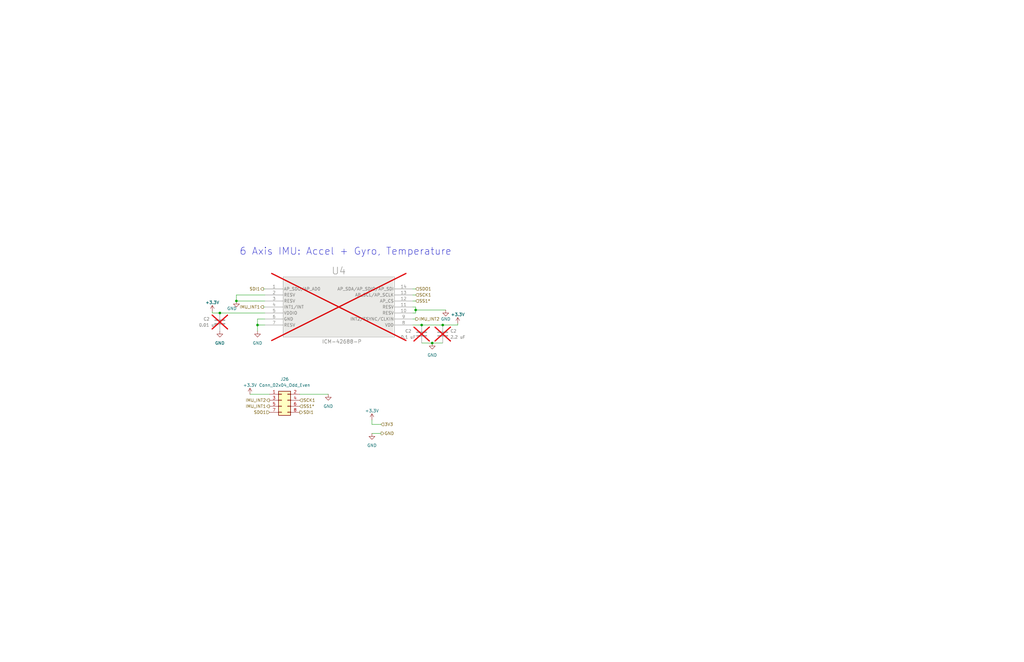
<source format=kicad_sch>
(kicad_sch (version 20230121) (generator eeschema)
  (paper "B")
  (title_block (title "MCU Controller") (rev "0.2") (company "satomm@stanford.edu") (comment 1 "Department of Civil and Environmental Engineering") (comment 2 "Engineering Informatics Group") (comment 3 "Stanford University") (comment 4 "Matthew Sato"))
  (lib_symbols
    (symbol "Connector_Generic:Conn_02x04_Odd_Even" (pin_names (offset 1.016) hide)
      (property "Reference" "J" (at 1.27 5.08 0))
      (property "Value" "Conn_02x04_Odd_Even" (at 1.27 -7.62 0))
      (symbol "Conn_02x04_Odd_Even_1_1"
        (rectangle (start -1.27 -4.953) (end 0 -5.207) (stroke (width 0.1524)))
        (rectangle (start -1.27 -2.413) (end 0 -2.667) (stroke (width 0.1524)))
        (rectangle (start -1.27 0.127) (end 0 -0.127) (stroke (width 0.1524)))
        (rectangle (start -1.27 2.667) (end 0 2.413) (stroke (width 0.1524)))
        (rectangle (start -1.27 3.81) (end 3.81 -6.35) (stroke (width 0.254)) (fill (type background)))
        (rectangle (start 3.81 -4.953) (end 2.54 -5.207) (stroke (width 0.1524)))
        (rectangle (start 3.81 -2.413) (end 2.54 -2.667) (stroke (width 0.1524)))
        (rectangle (start 3.81 0.127) (end 2.54 -0.127) (stroke (width 0.1524)))
        (rectangle (start 3.81 2.667) (end 2.54 2.413) (stroke (width 0.1524)))
        (pin passive line (at -5.08 2.54 0) (length 3.81) (name "Pin_1") (number "1"))
        (pin passive line (at 7.62 2.54 180) (length 3.81) (name "Pin_2") (number "2"))
        (pin passive line (at -5.08 0 0) (length 3.81) (name "Pin_3") (number "3"))
        (pin passive line (at 7.62 0 180) (length 3.81) (name "Pin_4") (number "4"))
        (pin passive line (at -5.08 -2.54 0) (length 3.81) (name "Pin_5") (number "5"))
        (pin passive line (at 7.62 -2.54 180) (length 3.81) (name "Pin_6") (number "6"))
        (pin passive line (at -5.08 -5.08 0) (length 3.81) (name "Pin_7") (number "7"))
        (pin passive line (at 7.62 -5.08 180) (length 3.81) (name "Pin_8") (number "8"))
      )
    )
    (symbol "Device:C" (pin_numbers hide) (pin_names (offset 0.254))
      (property "Reference" "C" (at 0.635 2.54 0))
      (property "Value" "C" (at 0.635 -2.54 0))
      (symbol "C_0_1"
        (polyline (pts (xy -2.032 -0.762) (xy 2.032 -0.762)) (stroke (width 0.508)))
        (polyline (pts (xy -2.032 0.762) (xy 2.032 0.762)) (stroke (width 0.508)))
      )
      (symbol "C_1_1"
        (pin passive line (at 0 3.81 270) (length 2.794) (name "~") (number "1"))
        (pin passive line (at 0 -3.81 90) (length 2.794) (name "~") (number "2"))
      )
    )
    (symbol "RobotLibary:ICM-42688-P" (pin_names (offset 0.254))
      (property "Reference" "U" (at 31.75 9.525 0))
      (property "Value" "ICM-42688-P" (at 31.75 6.985 0))
      (symbol "ICM-42688-P_0_1"
        (pin bidirectional line (at 0 0 0) (length 7.62) (name "AP_SDO/AP_AD0") (number "1"))
        (pin bidirectional line (at 0 -7.62 0) (length 7.62) (name "INT1/INT") (number "4"))
        (pin power_in line (at 0 -10.16 0) (length 7.62) (name "VDDIO") (number "5"))
        (pin power_out line (at 0 -12.7 0) (length 7.62) (name "GND") (number "6"))
        (pin power_in line (at 62.23 -15.24 180) (length 7.62) (name "VDD") (number "8"))
        (pin bidirectional line (at 62.23 -12.7 180) (length 7.62) (name "INT2/FSYNC/CLKIN") (number "9"))
      )
      (symbol "ICM-42688-P_1_1"
        (rectangle (start 7.62 5.08) (end 54.61 -20.32) (fill (type background)))
        (pin passive line (at 62.23 -10.16 180) (length 7.62) (name "RESV") (number "10"))
        (pin passive line (at 62.23 -7.62 180) (length 7.62) (name "RESV") (number "11"))
        (pin passive line (at 62.23 -5.08 180) (length 7.62) (name "AP_CS") (number "12"))
        (pin passive line (at 62.23 -2.54 180) (length 7.62) (name "AP_SCL/AP_SCLK") (number "13"))
        (pin passive line (at 62.23 0 180) (length 7.62) (name "AP_SDA/AP_SDIO/AP_SDI") (number "14"))
        (pin passive line (at 0 -2.54 0) (length 7.62) (name "RESV") (number "2"))
        (pin passive line (at 0 -5.08 0) (length 7.62) (name "RESV") (number "3"))
        (pin passive line (at 0 -15.24 0) (length 7.62) (name "RESV") (number "7"))
      )
    )
    (symbol "power:+3.3V" (power) (pin_names (offset 0))
      (property "Value" "+3.3V" (at 0 3.556 0))
      (symbol "+3.3V_0_1"
        (polyline (pts (xy -0.762 1.27) (xy 0 2.54)))
        (polyline (pts (xy 0 0) (xy 0 2.54)))
        (polyline (pts (xy 0 2.54) (xy 0.762 1.27)))
      )
      (symbol "+3.3V_1_1"
        (pin power_in line (at 0 0 90) (length 0) hide (name "+3.3V") (number "1"))
      )
    )
    (symbol "power:GND" (power) (pin_names (offset 0))
      (property "Value" "GND" (at 0 -3.81 0))
      (symbol "GND_0_1"
        (polyline (pts (xy 0 0) (xy 0 -1.27) (xy 1.27 -1.27) (xy 0 -2.54) (xy -1.27 -1.27) (xy 0 -1.27)))
      )
      (symbol "GND_1_1"
        (pin power_in line (at 0 0 270) (length 0) hide (name "GND") (number "1"))
      )
    )
  )
  (junction (at 177.8 137.16))
  (junction (at 182.245 144.78))
  (junction (at 186.69 137.16))
  (junction (at 108.585 137.16))
  (junction (at 92.71 132.08))
  (junction (at 99.695 127))
  (junction (at 175.26 130.81))
  (wire (pts (xy 89.535 132.08) (xy 92.71 132.08)))
  (wire (pts (xy 175.26 130.81) (xy 187.96 130.81)))
  (wire (pts (xy 156.845 177.165) (xy 156.845 179.07)))
  (wire (pts (xy 173.99 121.92) (xy 175.26 121.92)))
  (wire (pts (xy 173.99 137.16) (xy 177.8 137.16)))
  (wire (pts (xy 173.99 127) (xy 175.26 127)))
  (wire (pts (xy 89.535 131.445) (xy 89.535 132.08)))
  (wire (pts (xy 182.245 144.78) (xy 186.69 144.78)))
  (wire (pts (xy 186.69 137.16) (xy 193.04 137.16)))
  (wire (pts (xy 108.585 134.62) (xy 111.76 134.62)))
  (wire (pts (xy 111.125 129.54) (xy 111.76 129.54)))
  (wire (pts (xy 175.26 132.08) (xy 173.99 132.08)))
  (wire (pts (xy 99.695 124.46) (xy 111.76 124.46)))
  (wire (pts (xy 193.04 136.525) (xy 193.04 137.16)))
  (wire (pts (xy 173.99 129.54) (xy 175.26 129.54)))
  (wire (pts (xy 175.26 130.81) (xy 175.26 132.08)))
  (wire (pts (xy 99.695 127) (xy 111.76 127)))
  (wire (pts (xy 108.585 137.16) (xy 108.585 134.62)))
  (wire (pts (xy 177.8 137.16) (xy 186.69 137.16)))
  (wire (pts (xy 111.125 121.92) (xy 111.76 121.92)))
  (wire (pts (xy 99.695 124.46) (xy 99.695 127)))
  (wire (pts (xy 138.43 166.37) (xy 126.365 166.37)))
  (wire (pts (xy 108.585 137.16) (xy 111.76 137.16)))
  (wire (pts (xy 156.845 182.88) (xy 160.655 182.88)))
  (wire (pts (xy 173.99 124.46) (xy 175.26 124.46)))
  (wire (pts (xy 175.26 129.54) (xy 175.26 130.81)))
  (wire (pts (xy 105.41 166.37) (xy 113.665 166.37)))
  (wire (pts (xy 156.845 179.07) (xy 160.655 179.07)))
  (wire (pts (xy 92.71 132.08) (xy 111.76 132.08)))
  (wire (pts (xy 177.8 144.78) (xy 182.245 144.78)))
  (wire (pts (xy 108.585 139.7) (xy 108.585 137.16)))
  (wire (pts (xy 173.99 134.62) (xy 175.26 134.62)))
  (text "6 Axis IMU: Accel + Gyro, Temperature" (at 100.965 107.95 0) (effects (font (size 3 3)) (justify left bottom)))
  (hierarchical_label "SDO1" (shape input) (at 175.26 121.92 0))
  (hierarchical_label "SDO1" (shape input) (at 113.665 173.99 180))
  (hierarchical_label "SDI1" (shape output) (at 111.125 121.92 180))
  (hierarchical_label "IMU_INT2" (shape output) (at 113.665 168.91 180))
  (hierarchical_label "IMU_INT1" (shape output) (at 113.665 171.45 180))
  (hierarchical_label "SS1*" (shape input) (at 175.26 127 0))
  (hierarchical_label "GND" (shape output) (at 160.655 182.88 0))
  (hierarchical_label "SS1*" (shape input) (at 126.365 171.45 0))
  (hierarchical_label "SCK1" (shape input) (at 175.26 124.46 0))
  (hierarchical_label "SCK1" (shape input) (at 126.365 168.91 0))
  (hierarchical_label "3V3" (shape input) (at 160.655 179.07 0))
  (hierarchical_label "SDI1" (shape output) (at 126.365 173.99 0))
  (hierarchical_label "IMU_INT1" (shape output) (at 111.125 129.54 180))
  (hierarchical_label "IMU_INT2" (shape output) (at 175.26 134.62 0))
  (symbol (lib_id "power:+3.3V") (at 89.535 131.445 0) (unit 1)
    (property "Reference" "#PWR025" (effects hide))
    (property "Value" "+3.3V" (at 89.535 127.635 0))
    (instances (project "MainBoard" (path "" (reference "#PWR025") (unit 1)) (path "" (reference "#PWR069") (unit 1))))
  )
  (symbol (lib_id "Connector_Generic:Conn_02x04_Odd_Even") (at 118.745 168.91 0) (unit 1)
    (property "Reference" "J26" (at 120.015 160.02 0))
    (property "Value" "Conn_02x04_Odd_Even" (at 120.015 162.56 0))
    (property "Footprint" "Connector_PinHeader_2.54mm:PinHeader_2x04_P2.54mm_Vertical" (effects hide))
    (property "Supplier 1" "DigiKey" (effects hide))
    (property "Supplier 1 P/N" "10129381-908001BLF-ND" (effects hide))
  )
  (symbol (lib_id "power:+3.3V") (at 156.845 177.165 0) (unit 1)
    (property "Reference" "#PWR025" (effects hide))
    (property "Value" "+3.3V" (at 156.845 173.355 0))
    (instances (project "MainBoard" (path "" (reference "#PWR025") (unit 1)) (path "" (reference "#PWR073") (unit 1))))
  )
  (symbol (lib_id "power:GND") (at 187.96 130.81 0) (unit 1)
    (property "Reference" "#PWR026" (effects hide))
    (property "Value" "GND" (at 187.96 134.62 0))
    (instances (project "MainBoard" (path "" (reference "#PWR026") (unit 1)) (path "" (reference "#PWR076") (unit 1))))
  )
  (symbol (lib_id "power:GND") (at 99.695 127 0) (unit 1)
    (property "Reference" "#PWR026" (effects hide))
    (property "Value" "GND" (at 97.79 130.175 0))
    (instances (project "MainBoard" (path "" (reference "#PWR026") (unit 1)) (path "" (reference "#PWR071") (unit 1))))
  )
  (symbol (lib_id "Device:C") (at 177.8 140.97 0) (unit 1) (in_bom no) (on_board no) (dnp yes)
    (property "Reference" "C2" (at 170.815 139.7 0) (effects (justify left)))
    (property "Value" "0.1 uF" (at 168.91 142.24 0) (effects (justify left)))
    (property "Footprint" "Capacitor_SMD:C_0805_2012Metric_Pad1.18x1.45mm_HandSolder" (effects hide))
    (property "Datasheet" "https://mm.digikey.com/Volume0/opasdata/d220001/medias/docus/609/CL21B104KBCNNN_Spec.pdf" (effects hide))
    (property "Description" "CAP CER 0.1UF 50V X7R 0805" (effects hide))
    (property "Mfr" "Samsung Electro-Mechanics" (effects hide))
    (property "Mfr P/N" "CL21B104KBCNNNC" (effects hide))
    (property "Supplier 1" "DigiKey" (effects hide))
    (property "Supplier 1 P/N" "1276-1003-1-ND" (effects hide))
    (property "Sim.Enable" "0" (effects hide))
    (instances (project "MainBoard" (path "" (reference "C2") (unit 1)) (path "" (reference "C17") (unit 1))))
  )
  (symbol (lib_id "Device:C") (at 186.69 140.97 0) (unit 1) (in_bom no) (on_board no) (dnp yes)
    (property "Reference" "C2" (at 189.865 139.7 0) (effects (justify left)))
    (property "Value" "2.2 uF" (at 189.865 142.24 0) (effects (justify left)))
    (property "Footprint" "Capacitor_SMD:C_0805_2012Metric_Pad1.18x1.45mm_HandSolder" (effects hide))
    (property "Datasheet" "https://mm.digikey.com/Volume0/opasdata/d220001/medias/docus/1236/CL21B225KPFNNNE_Spec.pdf" (effects hide))
    (property "Description" "CAP CER 2.2UF 10V X7R 0805" (effects hide))
    (property "Mfr" "Samsung Electro-Mechanics" (effects hide))
    (property "Mfr P/N" "CL21B225KPFNNNE" (effects hide))
    (property "Supplier 1" "DigiKey" (effects hide))
    (property "Supplier 1 P/N" "1276-1188-1-ND" (effects hide))
    (property "Sim.Enable" "0" (effects hide))
    (instances (project "MainBoard" (path "" (reference "C2") (unit 1)) (path "" (reference "C18") (unit 1))))
  )
  (symbol (lib_id "power:+3.3V") (at 193.04 136.525 0) (unit 1)
    (property "Reference" "#PWR025" (effects hide))
    (property "Value" "+3.3V" (at 193.04 132.715 0))
    (instances (project "MainBoard" (path "" (reference "#PWR025") (unit 1)) (path "" (reference "#PWR077") (unit 1))))
  )
  (symbol (lib_id "Device:C") (at 92.71 135.89 0) (unit 1) (in_bom no) (on_board no) (dnp yes)
    (property "Reference" "C2" (at 85.725 134.62 0) (effects (justify left)))
    (property "Value" "0.01 uF" (at 83.82 137.16 0) (effects (justify left)))
    (property "Footprint" "Capacitor_SMD:C_0805_2012Metric_Pad1.18x1.45mm_HandSolder" (effects hide))
    (property "Datasheet" "https://www.samsungsem.com/kr/support/product-search/mlcc/CL21B103KBANNNC.jsp" (effects hide))
    (property "Description" "CAP CER 10000PF 50V X7R 0805" (effects hide))
    (property "Mfr" "Samsung Electro-Mechanics" (effects hide))
    (property "Mfr P/N" "CL21B103KBANNNC" (effects hide))
    (property "Supplier 1" "DigiKey" (effects hide))
    (property "Supplier 1 P/N" "1276-1015-1-ND" (effects hide))
    (property "Sim.Enable" "0" (effects hide))
    (instances (project "MainBoard" (path "" (reference "C2") (unit 1)) (path "" (reference "C16") (unit 1))))
  )
  (symbol (lib_id "power:GND") (at 182.245 144.78 0) (unit 1)
    (property "Reference" "#PWR026" (effects hide))
    (property "Value" "GND" (at 182.245 149.86 0))
    (instances (project "MainBoard" (path "" (reference "#PWR026") (unit 1)) (path "" (reference "#PWR075") (unit 1))))
  )
  (symbol (lib_id "RobotLibary:ICM-42688-P") (at 111.76 121.92 0) (unit 1) (in_bom no) (on_board no) (dnp yes)
    (property "Reference" "U4" (at 142.875 114.3 0) (effects (font (size 3 3))))
    (property "Value" "ICM-42688-P" (at 144.145 144.145 0) (effects (font (size 1.524 1.524))))
    (property "Footprint" "RobotLibrary:LGA14_2P5X3X0P91_TDK-M" (effects hide))
    (property "Datasheet" "https://mm.digikey.com/Volume0/opasdata/d220001/medias/docus/495/ICM-42688-P_DS_Rev1.2.pdf" (effects hide))
    (property "Description" "Accelerometer, Gyroscope, 6 Axis Sensor Output" (effects hide))
    (property "Mfr" "TDK InvenSense" (effects hide))
    (property "Mfr P/N" "ICM-42688-P" (effects hide))
    (property "Supplier 1" "DigiKey" (effects hide))
    (property "Supplier 1 P/N" "1428-ICM-42688-PCT-ND" (effects hide))
    (property "Sim.Enable" "0" (effects hide))
  )
  (symbol (lib_id "power:GND") (at 138.43 166.37 0) (unit 1)
    (property "Reference" "#PWR026" (effects hide))
    (property "Value" "GND" (at 138.43 171.45 0))
    (instances (project "MainBoard" (path "" (reference "#PWR026") (unit 1)) (path "" (reference "#PWR0165") (unit 1))))
  )
  (symbol (lib_id "power:GND") (at 108.585 139.7 0) (unit 1)
    (property "Reference" "#PWR026" (effects hide))
    (property "Value" "GND" (at 108.585 144.78 0))
    (instances (project "MainBoard" (path "" (reference "#PWR026") (unit 1)) (path "" (reference "#PWR072") (unit 1))))
  )
  (symbol (lib_id "power:GND") (at 156.845 182.88 0) (unit 1)
    (property "Reference" "#PWR026" (effects hide))
    (property "Value" "GND" (at 156.845 187.96 0))
    (instances (project "MainBoard" (path "" (reference "#PWR026") (unit 1)) (path "" (reference "#PWR074") (unit 1))))
  )
  (symbol (lib_id "power:GND") (at 92.71 139.7 0) (unit 1)
    (property "Reference" "#PWR026" (effects hide))
    (property "Value" "GND" (at 92.71 144.78 0))
    (instances (project "MainBoard" (path "" (reference "#PWR026") (unit 1)) (path "" (reference "#PWR070") (unit 1))))
  )
  (symbol (lib_id "power:+3.3V") (at 105.41 166.37 0) (unit 1)
    (property "Reference" "#PWR025" (effects hide))
    (property "Value" "+3.3V" (at 105.41 162.56 0))
    (instances (project "MainBoard" (path "" (reference "#PWR025") (unit 1)) (path "" (reference "#PWR081") (unit 1))))
  )
)
</source>
